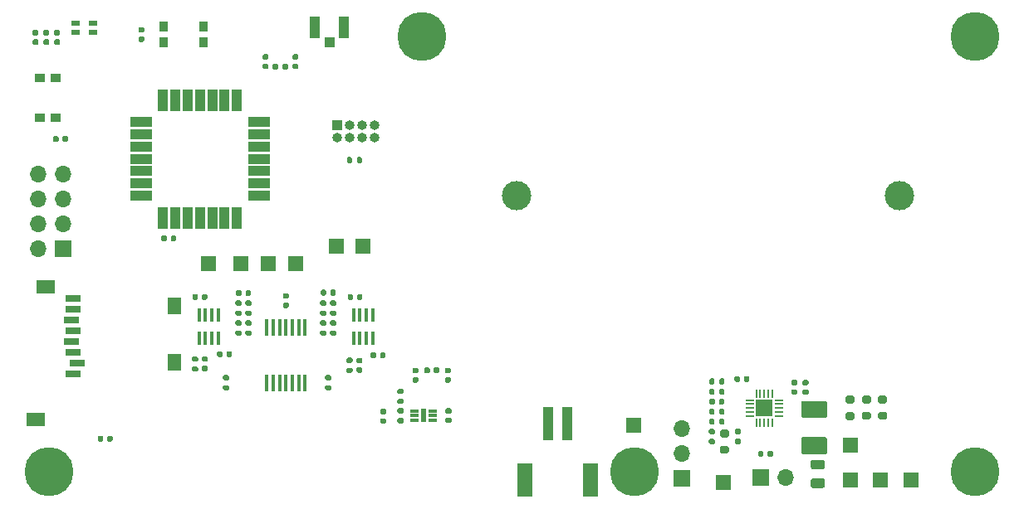
<source format=gts>
G04 #@! TF.GenerationSoftware,KiCad,Pcbnew,5.1.10-88a1d61d58~90~ubuntu20.04.1*
G04 #@! TF.CreationDate,2021-08-09T16:52:55-07:00*
G04 #@! TF.ProjectId,PatchV3,50617463-6856-4332-9e6b-696361645f70,rev?*
G04 #@! TF.SameCoordinates,Original*
G04 #@! TF.FileFunction,Soldermask,Top*
G04 #@! TF.FilePolarity,Negative*
%FSLAX46Y46*%
G04 Gerber Fmt 4.6, Leading zero omitted, Abs format (unit mm)*
G04 Created by KiCad (PCBNEW 5.1.10-88a1d61d58~90~ubuntu20.04.1) date 2021-08-09 16:52:55*
%MOMM*%
%LPD*%
G01*
G04 APERTURE LIST*
%ADD10O,1.700000X1.700000*%
%ADD11R,1.700000X1.700000*%
%ADD12C,3.000000*%
%ADD13R,1.100000X2.250000*%
%ADD14R,1.050000X1.100000*%
%ADD15R,0.804800X0.300000*%
%ADD16R,0.610000X1.420000*%
%ADD17R,0.203200X0.812800*%
%ADD18R,0.812800X0.203200*%
%ADD19R,1.701800X1.701800*%
%ADD20R,0.431800X1.320800*%
%ADD21R,0.355600X1.676400*%
%ADD22R,1.000000X2.300000*%
%ADD23R,2.300000X1.000000*%
%ADD24R,1.500000X1.500000*%
%ADD25R,1.000001X3.500001*%
%ADD26R,1.500000X3.400001*%
%ADD27O,1.000000X1.000000*%
%ADD28R,1.000000X1.000000*%
%ADD29R,1.900000X1.400000*%
%ADD30R,1.400000X1.800000*%
%ADD31R,1.500000X0.800000*%
%ADD32C,5.000000*%
%ADD33R,1.000000X0.900000*%
%ADD34R,0.900000X1.000000*%
%ADD35R,0.850000X0.500000*%
G04 APERTURE END LIST*
D10*
X51689000Y-66802000D03*
X54229000Y-66802000D03*
X51689000Y-69342000D03*
X54229000Y-69342000D03*
X51689000Y-71882000D03*
X54229000Y-71882000D03*
X51689000Y-74422000D03*
D11*
X54229000Y-74422000D03*
D12*
X100500000Y-69000000D03*
X139500000Y-69000000D03*
G36*
G01*
X134768000Y-90253000D02*
X134218000Y-90253000D01*
G75*
G02*
X134018000Y-90053000I0J200000D01*
G01*
X134018000Y-89653000D01*
G75*
G02*
X134218000Y-89453000I200000J0D01*
G01*
X134768000Y-89453000D01*
G75*
G02*
X134968000Y-89653000I0J-200000D01*
G01*
X134968000Y-90053000D01*
G75*
G02*
X134768000Y-90253000I-200000J0D01*
G01*
G37*
G36*
G01*
X134768000Y-91967000D02*
X134218000Y-91967000D01*
G75*
G02*
X134018000Y-91767000I0J200000D01*
G01*
X134018000Y-91367000D01*
G75*
G02*
X134218000Y-91167000I200000J0D01*
G01*
X134768000Y-91167000D01*
G75*
G02*
X134968000Y-91367000I0J-200000D01*
G01*
X134968000Y-91767000D01*
G75*
G02*
X134768000Y-91967000I-200000J0D01*
G01*
G37*
G36*
G01*
X93302000Y-87576000D02*
X93642000Y-87576000D01*
G75*
G02*
X93782000Y-87716000I0J-140000D01*
G01*
X93782000Y-87996000D01*
G75*
G02*
X93642000Y-88136000I-140000J0D01*
G01*
X93302000Y-88136000D01*
G75*
G02*
X93162000Y-87996000I0J140000D01*
G01*
X93162000Y-87716000D01*
G75*
G02*
X93302000Y-87576000I140000J0D01*
G01*
G37*
G36*
G01*
X93302000Y-86616000D02*
X93642000Y-86616000D01*
G75*
G02*
X93782000Y-86756000I0J-140000D01*
G01*
X93782000Y-87036000D01*
G75*
G02*
X93642000Y-87176000I-140000J0D01*
G01*
X93302000Y-87176000D01*
G75*
G02*
X93162000Y-87036000I0J140000D01*
G01*
X93162000Y-86756000D01*
G75*
G02*
X93302000Y-86616000I140000J0D01*
G01*
G37*
D13*
X79932000Y-51816000D03*
X82882000Y-51816000D03*
D14*
X81407000Y-53366000D03*
D15*
X90043100Y-91003500D03*
X90043100Y-91503500D03*
X90043100Y-92003500D03*
X91947900Y-92003500D03*
X91947900Y-91503500D03*
X91947900Y-91003500D03*
D16*
X90995500Y-91503500D03*
D17*
X126521001Y-89242800D03*
X126120999Y-89242800D03*
X125721000Y-89242800D03*
X125321001Y-89242800D03*
X124920999Y-89242800D03*
D18*
X124247800Y-89915999D03*
X124247800Y-90316001D03*
X124247800Y-90716000D03*
X124247800Y-91115999D03*
X124247800Y-91516001D03*
D17*
X124920999Y-92189200D03*
X125321001Y-92189200D03*
X125721000Y-92189200D03*
X126120999Y-92189200D03*
X126521001Y-92189200D03*
D18*
X127194200Y-91516001D03*
X127194200Y-91115999D03*
X127194200Y-90716000D03*
X127194200Y-90316001D03*
X127194200Y-89915999D03*
D19*
X125721000Y-90716000D03*
D20*
X70062999Y-81229200D03*
X69413001Y-81229200D03*
X68762999Y-81229200D03*
X68113001Y-81229200D03*
X68113001Y-83616800D03*
X68762999Y-83616800D03*
X69413001Y-83616800D03*
X70062999Y-83616800D03*
X85810999Y-81229200D03*
X85161001Y-81229200D03*
X84510999Y-81229200D03*
X83861001Y-81229200D03*
X83861001Y-83616800D03*
X84510999Y-83616800D03*
X85161001Y-83616800D03*
X85810999Y-83616800D03*
D21*
X75011999Y-88163400D03*
X75662000Y-88163400D03*
X76312001Y-88163400D03*
X76962000Y-88163400D03*
X77611999Y-88163400D03*
X78262000Y-88163400D03*
X78911999Y-88163400D03*
X78912001Y-82524600D03*
X78262000Y-82524600D03*
X77612001Y-82524600D03*
X76962000Y-82524600D03*
X76312001Y-82524600D03*
X75662000Y-82524600D03*
X75012001Y-82524600D03*
D22*
X68199000Y-71278000D03*
X66949000Y-71278000D03*
X65699000Y-71278000D03*
X64449000Y-71278000D03*
X69449000Y-71278000D03*
X70699000Y-71278000D03*
X71949000Y-71278000D03*
D23*
X74199000Y-65278000D03*
X74199000Y-66528000D03*
X74199000Y-67778000D03*
X74199000Y-69028000D03*
X74199000Y-64028000D03*
X74199000Y-62778000D03*
X74199000Y-61528000D03*
D22*
X68199000Y-59278000D03*
X69449000Y-59278000D03*
X70699000Y-59278000D03*
X71949000Y-59278000D03*
X66949000Y-59278000D03*
X65699000Y-59278000D03*
X64449000Y-59278000D03*
D23*
X62199000Y-65278000D03*
X62199000Y-64028000D03*
X62199000Y-62778000D03*
X62199000Y-61528000D03*
X62199000Y-66528000D03*
X62199000Y-67778000D03*
X62199000Y-69028000D03*
D24*
X112395000Y-92456000D03*
X134493000Y-98044000D03*
X121539000Y-98298000D03*
X134493000Y-94488000D03*
X137541000Y-98044000D03*
X140716000Y-98044000D03*
X75184000Y-75946000D03*
X77914500Y-75946000D03*
X69088000Y-75946000D03*
X82105500Y-74168000D03*
X72390000Y-75946000D03*
X84772500Y-74168000D03*
G36*
G01*
X88831000Y-89295000D02*
X88461000Y-89295000D01*
G75*
G02*
X88326000Y-89160000I0J135000D01*
G01*
X88326000Y-88890000D01*
G75*
G02*
X88461000Y-88755000I135000J0D01*
G01*
X88831000Y-88755000D01*
G75*
G02*
X88966000Y-88890000I0J-135000D01*
G01*
X88966000Y-89160000D01*
G75*
G02*
X88831000Y-89295000I-135000J0D01*
G01*
G37*
G36*
G01*
X88831000Y-90315000D02*
X88461000Y-90315000D01*
G75*
G02*
X88326000Y-90180000I0J135000D01*
G01*
X88326000Y-89910000D01*
G75*
G02*
X88461000Y-89775000I135000J0D01*
G01*
X88831000Y-89775000D01*
G75*
G02*
X88966000Y-89910000I0J-135000D01*
G01*
X88966000Y-90180000D01*
G75*
G02*
X88831000Y-90315000I-135000J0D01*
G01*
G37*
G36*
G01*
X88831000Y-91263500D02*
X88461000Y-91263500D01*
G75*
G02*
X88326000Y-91128500I0J135000D01*
G01*
X88326000Y-90858500D01*
G75*
G02*
X88461000Y-90723500I135000J0D01*
G01*
X88831000Y-90723500D01*
G75*
G02*
X88966000Y-90858500I0J-135000D01*
G01*
X88966000Y-91128500D01*
G75*
G02*
X88831000Y-91263500I-135000J0D01*
G01*
G37*
G36*
G01*
X88831000Y-92283500D02*
X88461000Y-92283500D01*
G75*
G02*
X88326000Y-92148500I0J135000D01*
G01*
X88326000Y-91878500D01*
G75*
G02*
X88461000Y-91743500I135000J0D01*
G01*
X88831000Y-91743500D01*
G75*
G02*
X88966000Y-91878500I0J-135000D01*
G01*
X88966000Y-92148500D01*
G75*
G02*
X88831000Y-92283500I-135000J0D01*
G01*
G37*
G36*
G01*
X120202000Y-93877000D02*
X120572000Y-93877000D01*
G75*
G02*
X120707000Y-94012000I0J-135000D01*
G01*
X120707000Y-94282000D01*
G75*
G02*
X120572000Y-94417000I-135000J0D01*
G01*
X120202000Y-94417000D01*
G75*
G02*
X120067000Y-94282000I0J135000D01*
G01*
X120067000Y-94012000D01*
G75*
G02*
X120202000Y-93877000I135000J0D01*
G01*
G37*
G36*
G01*
X120202000Y-92857000D02*
X120572000Y-92857000D01*
G75*
G02*
X120707000Y-92992000I0J-135000D01*
G01*
X120707000Y-93262000D01*
G75*
G02*
X120572000Y-93397000I-135000J0D01*
G01*
X120202000Y-93397000D01*
G75*
G02*
X120067000Y-93262000I0J135000D01*
G01*
X120067000Y-92992000D01*
G75*
G02*
X120202000Y-92857000I135000J0D01*
G01*
G37*
G36*
G01*
X121932000Y-93720000D02*
X121382000Y-93720000D01*
G75*
G02*
X121182000Y-93520000I0J200000D01*
G01*
X121182000Y-93120000D01*
G75*
G02*
X121382000Y-92920000I200000J0D01*
G01*
X121932000Y-92920000D01*
G75*
G02*
X122132000Y-93120000I0J-200000D01*
G01*
X122132000Y-93520000D01*
G75*
G02*
X121932000Y-93720000I-200000J0D01*
G01*
G37*
G36*
G01*
X121932000Y-95370000D02*
X121382000Y-95370000D01*
G75*
G02*
X121182000Y-95170000I0J200000D01*
G01*
X121182000Y-94770000D01*
G75*
G02*
X121382000Y-94570000I200000J0D01*
G01*
X121932000Y-94570000D01*
G75*
G02*
X122132000Y-94770000I0J-200000D01*
G01*
X122132000Y-95170000D01*
G75*
G02*
X121932000Y-95370000I-200000J0D01*
G01*
G37*
G36*
G01*
X123239000Y-93397000D02*
X122869000Y-93397000D01*
G75*
G02*
X122734000Y-93262000I0J135000D01*
G01*
X122734000Y-92992000D01*
G75*
G02*
X122869000Y-92857000I135000J0D01*
G01*
X123239000Y-92857000D01*
G75*
G02*
X123374000Y-92992000I0J-135000D01*
G01*
X123374000Y-93262000D01*
G75*
G02*
X123239000Y-93397000I-135000J0D01*
G01*
G37*
G36*
G01*
X123239000Y-94417000D02*
X122869000Y-94417000D01*
G75*
G02*
X122734000Y-94282000I0J135000D01*
G01*
X122734000Y-94012000D01*
G75*
G02*
X122869000Y-93877000I135000J0D01*
G01*
X123239000Y-93877000D01*
G75*
G02*
X123374000Y-94012000I0J-135000D01*
G01*
X123374000Y-94282000D01*
G75*
G02*
X123239000Y-94417000I-135000J0D01*
G01*
G37*
G36*
G01*
X121133000Y-91282000D02*
X121133000Y-90912000D01*
G75*
G02*
X121268000Y-90777000I135000J0D01*
G01*
X121538000Y-90777000D01*
G75*
G02*
X121673000Y-90912000I0J-135000D01*
G01*
X121673000Y-91282000D01*
G75*
G02*
X121538000Y-91417000I-135000J0D01*
G01*
X121268000Y-91417000D01*
G75*
G02*
X121133000Y-91282000I0J135000D01*
G01*
G37*
G36*
G01*
X120113000Y-91282000D02*
X120113000Y-90912000D01*
G75*
G02*
X120248000Y-90777000I135000J0D01*
G01*
X120518000Y-90777000D01*
G75*
G02*
X120653000Y-90912000I0J-135000D01*
G01*
X120653000Y-91282000D01*
G75*
G02*
X120518000Y-91417000I-135000J0D01*
G01*
X120248000Y-91417000D01*
G75*
G02*
X120113000Y-91282000I0J135000D01*
G01*
G37*
G36*
G01*
X121133000Y-92298000D02*
X121133000Y-91928000D01*
G75*
G02*
X121268000Y-91793000I135000J0D01*
G01*
X121538000Y-91793000D01*
G75*
G02*
X121673000Y-91928000I0J-135000D01*
G01*
X121673000Y-92298000D01*
G75*
G02*
X121538000Y-92433000I-135000J0D01*
G01*
X121268000Y-92433000D01*
G75*
G02*
X121133000Y-92298000I0J135000D01*
G01*
G37*
G36*
G01*
X120113000Y-92298000D02*
X120113000Y-91928000D01*
G75*
G02*
X120248000Y-91793000I135000J0D01*
G01*
X120518000Y-91793000D01*
G75*
G02*
X120653000Y-91928000I0J-135000D01*
G01*
X120653000Y-92298000D01*
G75*
G02*
X120518000Y-92433000I-135000J0D01*
G01*
X120248000Y-92433000D01*
G75*
G02*
X120113000Y-92298000I0J135000D01*
G01*
G37*
G36*
G01*
X120655000Y-88880000D02*
X120655000Y-89250000D01*
G75*
G02*
X120520000Y-89385000I-135000J0D01*
G01*
X120250000Y-89385000D01*
G75*
G02*
X120115000Y-89250000I0J135000D01*
G01*
X120115000Y-88880000D01*
G75*
G02*
X120250000Y-88745000I135000J0D01*
G01*
X120520000Y-88745000D01*
G75*
G02*
X120655000Y-88880000I0J-135000D01*
G01*
G37*
G36*
G01*
X121675000Y-88880000D02*
X121675000Y-89250000D01*
G75*
G02*
X121540000Y-89385000I-135000J0D01*
G01*
X121270000Y-89385000D01*
G75*
G02*
X121135000Y-89250000I0J135000D01*
G01*
X121135000Y-88880000D01*
G75*
G02*
X121270000Y-88745000I135000J0D01*
G01*
X121540000Y-88745000D01*
G75*
G02*
X121675000Y-88880000I0J-135000D01*
G01*
G37*
G36*
G01*
X120662000Y-87826000D02*
X120662000Y-88196000D01*
G75*
G02*
X120527000Y-88331000I-135000J0D01*
G01*
X120257000Y-88331000D01*
G75*
G02*
X120122000Y-88196000I0J135000D01*
G01*
X120122000Y-87826000D01*
G75*
G02*
X120257000Y-87691000I135000J0D01*
G01*
X120527000Y-87691000D01*
G75*
G02*
X120662000Y-87826000I0J-135000D01*
G01*
G37*
G36*
G01*
X121682000Y-87826000D02*
X121682000Y-88196000D01*
G75*
G02*
X121547000Y-88331000I-135000J0D01*
G01*
X121277000Y-88331000D01*
G75*
G02*
X121142000Y-88196000I0J135000D01*
G01*
X121142000Y-87826000D01*
G75*
G02*
X121277000Y-87691000I135000J0D01*
G01*
X121547000Y-87691000D01*
G75*
G02*
X121682000Y-87826000I0J-135000D01*
G01*
G37*
G36*
G01*
X137520000Y-91103000D02*
X138070000Y-91103000D01*
G75*
G02*
X138270000Y-91303000I0J-200000D01*
G01*
X138270000Y-91703000D01*
G75*
G02*
X138070000Y-91903000I-200000J0D01*
G01*
X137520000Y-91903000D01*
G75*
G02*
X137320000Y-91703000I0J200000D01*
G01*
X137320000Y-91303000D01*
G75*
G02*
X137520000Y-91103000I200000J0D01*
G01*
G37*
G36*
G01*
X137520000Y-89453000D02*
X138070000Y-89453000D01*
G75*
G02*
X138270000Y-89653000I0J-200000D01*
G01*
X138270000Y-90053000D01*
G75*
G02*
X138070000Y-90253000I-200000J0D01*
G01*
X137520000Y-90253000D01*
G75*
G02*
X137320000Y-90053000I0J200000D01*
G01*
X137320000Y-89653000D01*
G75*
G02*
X137520000Y-89453000I200000J0D01*
G01*
G37*
G36*
G01*
X136419000Y-90253000D02*
X135869000Y-90253000D01*
G75*
G02*
X135669000Y-90053000I0J200000D01*
G01*
X135669000Y-89653000D01*
G75*
G02*
X135869000Y-89453000I200000J0D01*
G01*
X136419000Y-89453000D01*
G75*
G02*
X136619000Y-89653000I0J-200000D01*
G01*
X136619000Y-90053000D01*
G75*
G02*
X136419000Y-90253000I-200000J0D01*
G01*
G37*
G36*
G01*
X136419000Y-91903000D02*
X135869000Y-91903000D01*
G75*
G02*
X135669000Y-91703000I0J200000D01*
G01*
X135669000Y-91303000D01*
G75*
G02*
X135869000Y-91103000I200000J0D01*
G01*
X136419000Y-91103000D01*
G75*
G02*
X136619000Y-91303000I0J-200000D01*
G01*
X136619000Y-91703000D01*
G75*
G02*
X136419000Y-91903000I-200000J0D01*
G01*
G37*
G36*
G01*
X72321000Y-80278000D02*
X71951000Y-80278000D01*
G75*
G02*
X71816000Y-80143000I0J135000D01*
G01*
X71816000Y-79873000D01*
G75*
G02*
X71951000Y-79738000I135000J0D01*
G01*
X72321000Y-79738000D01*
G75*
G02*
X72456000Y-79873000I0J-135000D01*
G01*
X72456000Y-80143000D01*
G75*
G02*
X72321000Y-80278000I-135000J0D01*
G01*
G37*
G36*
G01*
X72321000Y-81298000D02*
X71951000Y-81298000D01*
G75*
G02*
X71816000Y-81163000I0J135000D01*
G01*
X71816000Y-80893000D01*
G75*
G02*
X71951000Y-80758000I135000J0D01*
G01*
X72321000Y-80758000D01*
G75*
G02*
X72456000Y-80893000I0J-135000D01*
G01*
X72456000Y-81163000D01*
G75*
G02*
X72321000Y-81298000I-135000J0D01*
G01*
G37*
G36*
G01*
X81973000Y-80278000D02*
X81603000Y-80278000D01*
G75*
G02*
X81468000Y-80143000I0J135000D01*
G01*
X81468000Y-79873000D01*
G75*
G02*
X81603000Y-79738000I135000J0D01*
G01*
X81973000Y-79738000D01*
G75*
G02*
X82108000Y-79873000I0J-135000D01*
G01*
X82108000Y-80143000D01*
G75*
G02*
X81973000Y-80278000I-135000J0D01*
G01*
G37*
G36*
G01*
X81973000Y-81298000D02*
X81603000Y-81298000D01*
G75*
G02*
X81468000Y-81163000I0J135000D01*
G01*
X81468000Y-80893000D01*
G75*
G02*
X81603000Y-80758000I135000J0D01*
G01*
X81973000Y-80758000D01*
G75*
G02*
X82108000Y-80893000I0J-135000D01*
G01*
X82108000Y-81163000D01*
G75*
G02*
X81973000Y-81298000I-135000J0D01*
G01*
G37*
G36*
G01*
X72967000Y-80758000D02*
X73337000Y-80758000D01*
G75*
G02*
X73472000Y-80893000I0J-135000D01*
G01*
X73472000Y-81163000D01*
G75*
G02*
X73337000Y-81298000I-135000J0D01*
G01*
X72967000Y-81298000D01*
G75*
G02*
X72832000Y-81163000I0J135000D01*
G01*
X72832000Y-80893000D01*
G75*
G02*
X72967000Y-80758000I135000J0D01*
G01*
G37*
G36*
G01*
X72967000Y-79738000D02*
X73337000Y-79738000D01*
G75*
G02*
X73472000Y-79873000I0J-135000D01*
G01*
X73472000Y-80143000D01*
G75*
G02*
X73337000Y-80278000I-135000J0D01*
G01*
X72967000Y-80278000D01*
G75*
G02*
X72832000Y-80143000I0J135000D01*
G01*
X72832000Y-79873000D01*
G75*
G02*
X72967000Y-79738000I135000J0D01*
G01*
G37*
G36*
G01*
X80587000Y-80758000D02*
X80957000Y-80758000D01*
G75*
G02*
X81092000Y-80893000I0J-135000D01*
G01*
X81092000Y-81163000D01*
G75*
G02*
X80957000Y-81298000I-135000J0D01*
G01*
X80587000Y-81298000D01*
G75*
G02*
X80452000Y-81163000I0J135000D01*
G01*
X80452000Y-80893000D01*
G75*
G02*
X80587000Y-80758000I135000J0D01*
G01*
G37*
G36*
G01*
X80587000Y-79738000D02*
X80957000Y-79738000D01*
G75*
G02*
X81092000Y-79873000I0J-135000D01*
G01*
X81092000Y-80143000D01*
G75*
G02*
X80957000Y-80278000I-135000J0D01*
G01*
X80587000Y-80278000D01*
G75*
G02*
X80452000Y-80143000I0J135000D01*
G01*
X80452000Y-79873000D01*
G75*
G02*
X80587000Y-79738000I135000J0D01*
G01*
G37*
G36*
G01*
X67506000Y-86473000D02*
X67876000Y-86473000D01*
G75*
G02*
X68011000Y-86608000I0J-135000D01*
G01*
X68011000Y-86878000D01*
G75*
G02*
X67876000Y-87013000I-135000J0D01*
G01*
X67506000Y-87013000D01*
G75*
G02*
X67371000Y-86878000I0J135000D01*
G01*
X67371000Y-86608000D01*
G75*
G02*
X67506000Y-86473000I135000J0D01*
G01*
G37*
G36*
G01*
X67506000Y-85453000D02*
X67876000Y-85453000D01*
G75*
G02*
X68011000Y-85588000I0J-135000D01*
G01*
X68011000Y-85858000D01*
G75*
G02*
X67876000Y-85993000I-135000J0D01*
G01*
X67506000Y-85993000D01*
G75*
G02*
X67371000Y-85858000I0J135000D01*
G01*
X67371000Y-85588000D01*
G75*
G02*
X67506000Y-85453000I135000J0D01*
G01*
G37*
G36*
G01*
X83254000Y-86600000D02*
X83624000Y-86600000D01*
G75*
G02*
X83759000Y-86735000I0J-135000D01*
G01*
X83759000Y-87005000D01*
G75*
G02*
X83624000Y-87140000I-135000J0D01*
G01*
X83254000Y-87140000D01*
G75*
G02*
X83119000Y-87005000I0J135000D01*
G01*
X83119000Y-86735000D01*
G75*
G02*
X83254000Y-86600000I135000J0D01*
G01*
G37*
G36*
G01*
X83254000Y-85580000D02*
X83624000Y-85580000D01*
G75*
G02*
X83759000Y-85715000I0J-135000D01*
G01*
X83759000Y-85985000D01*
G75*
G02*
X83624000Y-86120000I-135000J0D01*
G01*
X83254000Y-86120000D01*
G75*
G02*
X83119000Y-85985000I0J135000D01*
G01*
X83119000Y-85715000D01*
G75*
G02*
X83254000Y-85580000I135000J0D01*
G01*
G37*
G36*
G01*
X80587000Y-82790000D02*
X80957000Y-82790000D01*
G75*
G02*
X81092000Y-82925000I0J-135000D01*
G01*
X81092000Y-83195000D01*
G75*
G02*
X80957000Y-83330000I-135000J0D01*
G01*
X80587000Y-83330000D01*
G75*
G02*
X80452000Y-83195000I0J135000D01*
G01*
X80452000Y-82925000D01*
G75*
G02*
X80587000Y-82790000I135000J0D01*
G01*
G37*
G36*
G01*
X80587000Y-81770000D02*
X80957000Y-81770000D01*
G75*
G02*
X81092000Y-81905000I0J-135000D01*
G01*
X81092000Y-82175000D01*
G75*
G02*
X80957000Y-82310000I-135000J0D01*
G01*
X80587000Y-82310000D01*
G75*
G02*
X80452000Y-82175000I0J135000D01*
G01*
X80452000Y-81905000D01*
G75*
G02*
X80587000Y-81770000I135000J0D01*
G01*
G37*
G36*
G01*
X72967000Y-82790000D02*
X73337000Y-82790000D01*
G75*
G02*
X73472000Y-82925000I0J-135000D01*
G01*
X73472000Y-83195000D01*
G75*
G02*
X73337000Y-83330000I-135000J0D01*
G01*
X72967000Y-83330000D01*
G75*
G02*
X72832000Y-83195000I0J135000D01*
G01*
X72832000Y-82925000D01*
G75*
G02*
X72967000Y-82790000I135000J0D01*
G01*
G37*
G36*
G01*
X72967000Y-81770000D02*
X73337000Y-81770000D01*
G75*
G02*
X73472000Y-81905000I0J-135000D01*
G01*
X73472000Y-82175000D01*
G75*
G02*
X73337000Y-82310000I-135000J0D01*
G01*
X72967000Y-82310000D01*
G75*
G02*
X72832000Y-82175000I0J135000D01*
G01*
X72832000Y-81905000D01*
G75*
G02*
X72967000Y-81770000I135000J0D01*
G01*
G37*
G36*
G01*
X81973000Y-82310000D02*
X81603000Y-82310000D01*
G75*
G02*
X81468000Y-82175000I0J135000D01*
G01*
X81468000Y-81905000D01*
G75*
G02*
X81603000Y-81770000I135000J0D01*
G01*
X81973000Y-81770000D01*
G75*
G02*
X82108000Y-81905000I0J-135000D01*
G01*
X82108000Y-82175000D01*
G75*
G02*
X81973000Y-82310000I-135000J0D01*
G01*
G37*
G36*
G01*
X81973000Y-83330000D02*
X81603000Y-83330000D01*
G75*
G02*
X81468000Y-83195000I0J135000D01*
G01*
X81468000Y-82925000D01*
G75*
G02*
X81603000Y-82790000I135000J0D01*
G01*
X81973000Y-82790000D01*
G75*
G02*
X82108000Y-82925000I0J-135000D01*
G01*
X82108000Y-83195000D01*
G75*
G02*
X81973000Y-83330000I-135000J0D01*
G01*
G37*
G36*
G01*
X72321000Y-82310000D02*
X71951000Y-82310000D01*
G75*
G02*
X71816000Y-82175000I0J135000D01*
G01*
X71816000Y-81905000D01*
G75*
G02*
X71951000Y-81770000I135000J0D01*
G01*
X72321000Y-81770000D01*
G75*
G02*
X72456000Y-81905000I0J-135000D01*
G01*
X72456000Y-82175000D01*
G75*
G02*
X72321000Y-82310000I-135000J0D01*
G01*
G37*
G36*
G01*
X72321000Y-83330000D02*
X71951000Y-83330000D01*
G75*
G02*
X71816000Y-83195000I0J135000D01*
G01*
X71816000Y-82925000D01*
G75*
G02*
X71951000Y-82790000I135000J0D01*
G01*
X72321000Y-82790000D01*
G75*
G02*
X72456000Y-82925000I0J-135000D01*
G01*
X72456000Y-83195000D01*
G75*
G02*
X72321000Y-83330000I-135000J0D01*
G01*
G37*
G36*
G01*
X70681000Y-88378000D02*
X71051000Y-88378000D01*
G75*
G02*
X71186000Y-88513000I0J-135000D01*
G01*
X71186000Y-88783000D01*
G75*
G02*
X71051000Y-88918000I-135000J0D01*
G01*
X70681000Y-88918000D01*
G75*
G02*
X70546000Y-88783000I0J135000D01*
G01*
X70546000Y-88513000D01*
G75*
G02*
X70681000Y-88378000I135000J0D01*
G01*
G37*
G36*
G01*
X70681000Y-87358000D02*
X71051000Y-87358000D01*
G75*
G02*
X71186000Y-87493000I0J-135000D01*
G01*
X71186000Y-87763000D01*
G75*
G02*
X71051000Y-87898000I-135000J0D01*
G01*
X70681000Y-87898000D01*
G75*
G02*
X70546000Y-87763000I0J135000D01*
G01*
X70546000Y-87493000D01*
G75*
G02*
X70681000Y-87358000I135000J0D01*
G01*
G37*
G36*
G01*
X81095000Y-88378000D02*
X81465000Y-88378000D01*
G75*
G02*
X81600000Y-88513000I0J-135000D01*
G01*
X81600000Y-88783000D01*
G75*
G02*
X81465000Y-88918000I-135000J0D01*
G01*
X81095000Y-88918000D01*
G75*
G02*
X80960000Y-88783000I0J135000D01*
G01*
X80960000Y-88513000D01*
G75*
G02*
X81095000Y-88378000I135000J0D01*
G01*
G37*
G36*
G01*
X81095000Y-87358000D02*
X81465000Y-87358000D01*
G75*
G02*
X81600000Y-87493000I0J-135000D01*
G01*
X81600000Y-87763000D01*
G75*
G02*
X81465000Y-87898000I-135000J0D01*
G01*
X81095000Y-87898000D01*
G75*
G02*
X80960000Y-87763000I0J135000D01*
G01*
X80960000Y-87493000D01*
G75*
G02*
X81095000Y-87358000I135000J0D01*
G01*
G37*
G36*
G01*
X84187000Y-65590000D02*
X84187000Y-65220000D01*
G75*
G02*
X84322000Y-65085000I135000J0D01*
G01*
X84592000Y-65085000D01*
G75*
G02*
X84727000Y-65220000I0J-135000D01*
G01*
X84727000Y-65590000D01*
G75*
G02*
X84592000Y-65725000I-135000J0D01*
G01*
X84322000Y-65725000D01*
G75*
G02*
X84187000Y-65590000I0J135000D01*
G01*
G37*
G36*
G01*
X83167000Y-65590000D02*
X83167000Y-65220000D01*
G75*
G02*
X83302000Y-65085000I135000J0D01*
G01*
X83572000Y-65085000D01*
G75*
G02*
X83707000Y-65220000I0J-135000D01*
G01*
X83707000Y-65590000D01*
G75*
G02*
X83572000Y-65725000I-135000J0D01*
G01*
X83302000Y-65725000D01*
G75*
G02*
X83167000Y-65590000I0J135000D01*
G01*
G37*
G36*
G01*
X76643200Y-56039600D02*
X76643200Y-55669600D01*
G75*
G02*
X76778200Y-55534600I135000J0D01*
G01*
X77048200Y-55534600D01*
G75*
G02*
X77183200Y-55669600I0J-135000D01*
G01*
X77183200Y-56039600D01*
G75*
G02*
X77048200Y-56174600I-135000J0D01*
G01*
X76778200Y-56174600D01*
G75*
G02*
X76643200Y-56039600I0J135000D01*
G01*
G37*
G36*
G01*
X75623200Y-56039600D02*
X75623200Y-55669600D01*
G75*
G02*
X75758200Y-55534600I135000J0D01*
G01*
X76028200Y-55534600D01*
G75*
G02*
X76163200Y-55669600I0J-135000D01*
G01*
X76163200Y-56039600D01*
G75*
G02*
X76028200Y-56174600I-135000J0D01*
G01*
X75758200Y-56174600D01*
G75*
G02*
X75623200Y-56039600I0J135000D01*
G01*
G37*
G36*
G01*
X129610000Y-90008400D02*
X132010000Y-90008400D01*
G75*
G02*
X132111600Y-90110000I0J-101600D01*
G01*
X132111600Y-91610000D01*
G75*
G02*
X132010000Y-91711600I-101600J0D01*
G01*
X129610000Y-91711600D01*
G75*
G02*
X129508400Y-91610000I0J101600D01*
G01*
X129508400Y-90110000D01*
G75*
G02*
X129610000Y-90008400I101600J0D01*
G01*
G37*
G36*
G01*
X129610000Y-93708400D02*
X132010000Y-93708400D01*
G75*
G02*
X132111600Y-93810000I0J-101600D01*
G01*
X132111600Y-95310000D01*
G75*
G02*
X132010000Y-95411600I-101600J0D01*
G01*
X129610000Y-95411600D01*
G75*
G02*
X129508400Y-95310000I0J101600D01*
G01*
X129508400Y-93810000D01*
G75*
G02*
X129610000Y-93708400I101600J0D01*
G01*
G37*
D10*
X117348000Y-92837000D03*
X117348000Y-95377000D03*
D11*
X117348000Y-97917000D03*
D10*
X127880000Y-97828000D03*
D11*
X125340000Y-97828000D03*
D25*
X103655999Y-92345999D03*
X105656001Y-92345999D03*
D26*
X101305999Y-98096000D03*
X108006001Y-98096000D03*
D27*
X85979000Y-63119000D03*
X85979000Y-61849000D03*
X84709000Y-63119000D03*
X84709000Y-61849000D03*
X83439000Y-63119000D03*
X83439000Y-61849000D03*
X82169000Y-63119000D03*
D28*
X82169000Y-61849000D03*
G36*
G01*
X92011000Y-87040500D02*
X92011000Y-86695500D01*
G75*
G02*
X92158500Y-86548000I147500J0D01*
G01*
X92453500Y-86548000D01*
G75*
G02*
X92601000Y-86695500I0J-147500D01*
G01*
X92601000Y-87040500D01*
G75*
G02*
X92453500Y-87188000I-147500J0D01*
G01*
X92158500Y-87188000D01*
G75*
G02*
X92011000Y-87040500I0J147500D01*
G01*
G37*
G36*
G01*
X91041000Y-87040500D02*
X91041000Y-86695500D01*
G75*
G02*
X91188500Y-86548000I147500J0D01*
G01*
X91483500Y-86548000D01*
G75*
G02*
X91631000Y-86695500I0J-147500D01*
G01*
X91631000Y-87040500D01*
G75*
G02*
X91483500Y-87188000I-147500J0D01*
G01*
X91188500Y-87188000D01*
G75*
G02*
X91041000Y-87040500I0J147500D01*
G01*
G37*
G36*
G01*
X87038000Y-91367000D02*
X86698000Y-91367000D01*
G75*
G02*
X86558000Y-91227000I0J140000D01*
G01*
X86558000Y-90947000D01*
G75*
G02*
X86698000Y-90807000I140000J0D01*
G01*
X87038000Y-90807000D01*
G75*
G02*
X87178000Y-90947000I0J-140000D01*
G01*
X87178000Y-91227000D01*
G75*
G02*
X87038000Y-91367000I-140000J0D01*
G01*
G37*
G36*
G01*
X87038000Y-92327000D02*
X86698000Y-92327000D01*
G75*
G02*
X86558000Y-92187000I0J140000D01*
G01*
X86558000Y-91907000D01*
G75*
G02*
X86698000Y-91767000I140000J0D01*
G01*
X87038000Y-91767000D01*
G75*
G02*
X87178000Y-91907000I0J-140000D01*
G01*
X87178000Y-92187000D01*
G75*
G02*
X87038000Y-92327000I-140000J0D01*
G01*
G37*
G36*
G01*
X93705500Y-91303500D02*
X93365500Y-91303500D01*
G75*
G02*
X93225500Y-91163500I0J140000D01*
G01*
X93225500Y-90883500D01*
G75*
G02*
X93365500Y-90743500I140000J0D01*
G01*
X93705500Y-90743500D01*
G75*
G02*
X93845500Y-90883500I0J-140000D01*
G01*
X93845500Y-91163500D01*
G75*
G02*
X93705500Y-91303500I-140000J0D01*
G01*
G37*
G36*
G01*
X93705500Y-92263500D02*
X93365500Y-92263500D01*
G75*
G02*
X93225500Y-92123500I0J140000D01*
G01*
X93225500Y-91843500D01*
G75*
G02*
X93365500Y-91703500I140000J0D01*
G01*
X93705500Y-91703500D01*
G75*
G02*
X93845500Y-91843500I0J-140000D01*
G01*
X93845500Y-92123500D01*
G75*
G02*
X93705500Y-92263500I-140000J0D01*
G01*
G37*
G36*
G01*
X130707000Y-97897000D02*
X131657000Y-97897000D01*
G75*
G02*
X131907000Y-98147000I0J-250000D01*
G01*
X131907000Y-98647000D01*
G75*
G02*
X131657000Y-98897000I-250000J0D01*
G01*
X130707000Y-98897000D01*
G75*
G02*
X130457000Y-98647000I0J250000D01*
G01*
X130457000Y-98147000D01*
G75*
G02*
X130707000Y-97897000I250000J0D01*
G01*
G37*
G36*
G01*
X130707000Y-95997000D02*
X131657000Y-95997000D01*
G75*
G02*
X131907000Y-96247000I0J-250000D01*
G01*
X131907000Y-96747000D01*
G75*
G02*
X131657000Y-96997000I-250000J0D01*
G01*
X130707000Y-96997000D01*
G75*
G02*
X130457000Y-96747000I0J250000D01*
G01*
X130457000Y-96247000D01*
G75*
G02*
X130707000Y-95997000I250000J0D01*
G01*
G37*
G36*
G01*
X126048000Y-95585000D02*
X126048000Y-95245000D01*
G75*
G02*
X126188000Y-95105000I140000J0D01*
G01*
X126468000Y-95105000D01*
G75*
G02*
X126608000Y-95245000I0J-140000D01*
G01*
X126608000Y-95585000D01*
G75*
G02*
X126468000Y-95725000I-140000J0D01*
G01*
X126188000Y-95725000D01*
G75*
G02*
X126048000Y-95585000I0J140000D01*
G01*
G37*
G36*
G01*
X125088000Y-95585000D02*
X125088000Y-95245000D01*
G75*
G02*
X125228000Y-95105000I140000J0D01*
G01*
X125508000Y-95105000D01*
G75*
G02*
X125648000Y-95245000I0J-140000D01*
G01*
X125648000Y-95585000D01*
G75*
G02*
X125508000Y-95725000I-140000J0D01*
G01*
X125228000Y-95725000D01*
G75*
G02*
X125088000Y-95585000I0J140000D01*
G01*
G37*
G36*
G01*
X120695000Y-89911000D02*
X120695000Y-90251000D01*
G75*
G02*
X120555000Y-90391000I-140000J0D01*
G01*
X120275000Y-90391000D01*
G75*
G02*
X120135000Y-90251000I0J140000D01*
G01*
X120135000Y-89911000D01*
G75*
G02*
X120275000Y-89771000I140000J0D01*
G01*
X120555000Y-89771000D01*
G75*
G02*
X120695000Y-89911000I0J-140000D01*
G01*
G37*
G36*
G01*
X121655000Y-89911000D02*
X121655000Y-90251000D01*
G75*
G02*
X121515000Y-90391000I-140000J0D01*
G01*
X121235000Y-90391000D01*
G75*
G02*
X121095000Y-90251000I0J140000D01*
G01*
X121095000Y-89911000D01*
G75*
G02*
X121235000Y-89771000I140000J0D01*
G01*
X121515000Y-89771000D01*
G75*
G02*
X121655000Y-89911000I0J-140000D01*
G01*
G37*
G36*
G01*
X123244000Y-87587000D02*
X123244000Y-87927000D01*
G75*
G02*
X123104000Y-88067000I-140000J0D01*
G01*
X122824000Y-88067000D01*
G75*
G02*
X122684000Y-87927000I0J140000D01*
G01*
X122684000Y-87587000D01*
G75*
G02*
X122824000Y-87447000I140000J0D01*
G01*
X123104000Y-87447000D01*
G75*
G02*
X123244000Y-87587000I0J-140000D01*
G01*
G37*
G36*
G01*
X124204000Y-87587000D02*
X124204000Y-87927000D01*
G75*
G02*
X124064000Y-88067000I-140000J0D01*
G01*
X123784000Y-88067000D01*
G75*
G02*
X123644000Y-87927000I0J140000D01*
G01*
X123644000Y-87587000D01*
G75*
G02*
X123784000Y-87447000I140000J0D01*
G01*
X124064000Y-87447000D01*
G75*
G02*
X124204000Y-87587000I0J-140000D01*
G01*
G37*
G36*
G01*
X130100000Y-88408000D02*
X129760000Y-88408000D01*
G75*
G02*
X129620000Y-88268000I0J140000D01*
G01*
X129620000Y-87988000D01*
G75*
G02*
X129760000Y-87848000I140000J0D01*
G01*
X130100000Y-87848000D01*
G75*
G02*
X130240000Y-87988000I0J-140000D01*
G01*
X130240000Y-88268000D01*
G75*
G02*
X130100000Y-88408000I-140000J0D01*
G01*
G37*
G36*
G01*
X130100000Y-89368000D02*
X129760000Y-89368000D01*
G75*
G02*
X129620000Y-89228000I0J140000D01*
G01*
X129620000Y-88948000D01*
G75*
G02*
X129760000Y-88808000I140000J0D01*
G01*
X130100000Y-88808000D01*
G75*
G02*
X130240000Y-88948000I0J-140000D01*
G01*
X130240000Y-89228000D01*
G75*
G02*
X130100000Y-89368000I-140000J0D01*
G01*
G37*
G36*
G01*
X128957000Y-88408000D02*
X128617000Y-88408000D01*
G75*
G02*
X128477000Y-88268000I0J140000D01*
G01*
X128477000Y-87988000D01*
G75*
G02*
X128617000Y-87848000I140000J0D01*
G01*
X128957000Y-87848000D01*
G75*
G02*
X129097000Y-87988000I0J-140000D01*
G01*
X129097000Y-88268000D01*
G75*
G02*
X128957000Y-88408000I-140000J0D01*
G01*
G37*
G36*
G01*
X128957000Y-89368000D02*
X128617000Y-89368000D01*
G75*
G02*
X128477000Y-89228000I0J140000D01*
G01*
X128477000Y-88948000D01*
G75*
G02*
X128617000Y-88808000I140000J0D01*
G01*
X128957000Y-88808000D01*
G75*
G02*
X129097000Y-88948000I0J-140000D01*
G01*
X129097000Y-89228000D01*
G75*
G02*
X128957000Y-89368000I-140000J0D01*
G01*
G37*
G36*
G01*
X72844000Y-79164000D02*
X72844000Y-78824000D01*
G75*
G02*
X72984000Y-78684000I140000J0D01*
G01*
X73264000Y-78684000D01*
G75*
G02*
X73404000Y-78824000I0J-140000D01*
G01*
X73404000Y-79164000D01*
G75*
G02*
X73264000Y-79304000I-140000J0D01*
G01*
X72984000Y-79304000D01*
G75*
G02*
X72844000Y-79164000I0J140000D01*
G01*
G37*
G36*
G01*
X71884000Y-79164000D02*
X71884000Y-78824000D01*
G75*
G02*
X72024000Y-78684000I140000J0D01*
G01*
X72304000Y-78684000D01*
G75*
G02*
X72444000Y-78824000I0J-140000D01*
G01*
X72444000Y-79164000D01*
G75*
G02*
X72304000Y-79304000I-140000J0D01*
G01*
X72024000Y-79304000D01*
G75*
G02*
X71884000Y-79164000I0J140000D01*
G01*
G37*
G36*
G01*
X81480000Y-79100500D02*
X81480000Y-78760500D01*
G75*
G02*
X81620000Y-78620500I140000J0D01*
G01*
X81900000Y-78620500D01*
G75*
G02*
X82040000Y-78760500I0J-140000D01*
G01*
X82040000Y-79100500D01*
G75*
G02*
X81900000Y-79240500I-140000J0D01*
G01*
X81620000Y-79240500D01*
G75*
G02*
X81480000Y-79100500I0J140000D01*
G01*
G37*
G36*
G01*
X80520000Y-79100500D02*
X80520000Y-78760500D01*
G75*
G02*
X80660000Y-78620500I140000J0D01*
G01*
X80940000Y-78620500D01*
G75*
G02*
X81080000Y-78760500I0J-140000D01*
G01*
X81080000Y-79100500D01*
G75*
G02*
X80940000Y-79240500I-140000J0D01*
G01*
X80660000Y-79240500D01*
G75*
G02*
X80520000Y-79100500I0J140000D01*
G01*
G37*
G36*
G01*
X68877000Y-86005000D02*
X68537000Y-86005000D01*
G75*
G02*
X68397000Y-85865000I0J140000D01*
G01*
X68397000Y-85585000D01*
G75*
G02*
X68537000Y-85445000I140000J0D01*
G01*
X68877000Y-85445000D01*
G75*
G02*
X69017000Y-85585000I0J-140000D01*
G01*
X69017000Y-85865000D01*
G75*
G02*
X68877000Y-86005000I-140000J0D01*
G01*
G37*
G36*
G01*
X68877000Y-86965000D02*
X68537000Y-86965000D01*
G75*
G02*
X68397000Y-86825000I0J140000D01*
G01*
X68397000Y-86545000D01*
G75*
G02*
X68537000Y-86405000I140000J0D01*
G01*
X68877000Y-86405000D01*
G75*
G02*
X69017000Y-86545000I0J-140000D01*
G01*
X69017000Y-86825000D01*
G75*
G02*
X68877000Y-86965000I-140000J0D01*
G01*
G37*
G36*
G01*
X84625000Y-86160000D02*
X84285000Y-86160000D01*
G75*
G02*
X84145000Y-86020000I0J140000D01*
G01*
X84145000Y-85740000D01*
G75*
G02*
X84285000Y-85600000I140000J0D01*
G01*
X84625000Y-85600000D01*
G75*
G02*
X84765000Y-85740000I0J-140000D01*
G01*
X84765000Y-86020000D01*
G75*
G02*
X84625000Y-86160000I-140000J0D01*
G01*
G37*
G36*
G01*
X84625000Y-87120000D02*
X84285000Y-87120000D01*
G75*
G02*
X84145000Y-86980000I0J140000D01*
G01*
X84145000Y-86700000D01*
G75*
G02*
X84285000Y-86560000I140000J0D01*
G01*
X84625000Y-86560000D01*
G75*
G02*
X84765000Y-86700000I0J-140000D01*
G01*
X84765000Y-86980000D01*
G75*
G02*
X84625000Y-87120000I-140000J0D01*
G01*
G37*
G36*
G01*
X67999000Y-79205000D02*
X67999000Y-79545000D01*
G75*
G02*
X67859000Y-79685000I-140000J0D01*
G01*
X67579000Y-79685000D01*
G75*
G02*
X67439000Y-79545000I0J140000D01*
G01*
X67439000Y-79205000D01*
G75*
G02*
X67579000Y-79065000I140000J0D01*
G01*
X67859000Y-79065000D01*
G75*
G02*
X67999000Y-79205000I0J-140000D01*
G01*
G37*
G36*
G01*
X68959000Y-79205000D02*
X68959000Y-79545000D01*
G75*
G02*
X68819000Y-79685000I-140000J0D01*
G01*
X68539000Y-79685000D01*
G75*
G02*
X68399000Y-79545000I0J140000D01*
G01*
X68399000Y-79205000D01*
G75*
G02*
X68539000Y-79065000I140000J0D01*
G01*
X68819000Y-79065000D01*
G75*
G02*
X68959000Y-79205000I0J-140000D01*
G01*
G37*
G36*
G01*
X83810500Y-79205000D02*
X83810500Y-79545000D01*
G75*
G02*
X83670500Y-79685000I-140000J0D01*
G01*
X83390500Y-79685000D01*
G75*
G02*
X83250500Y-79545000I0J140000D01*
G01*
X83250500Y-79205000D01*
G75*
G02*
X83390500Y-79065000I140000J0D01*
G01*
X83670500Y-79065000D01*
G75*
G02*
X83810500Y-79205000I0J-140000D01*
G01*
G37*
G36*
G01*
X84770500Y-79205000D02*
X84770500Y-79545000D01*
G75*
G02*
X84630500Y-79685000I-140000J0D01*
G01*
X84350500Y-79685000D01*
G75*
G02*
X84210500Y-79545000I0J140000D01*
G01*
X84210500Y-79205000D01*
G75*
G02*
X84350500Y-79065000I140000J0D01*
G01*
X84630500Y-79065000D01*
G75*
G02*
X84770500Y-79205000I0J-140000D01*
G01*
G37*
G36*
G01*
X90000000Y-87576000D02*
X90340000Y-87576000D01*
G75*
G02*
X90480000Y-87716000I0J-140000D01*
G01*
X90480000Y-87996000D01*
G75*
G02*
X90340000Y-88136000I-140000J0D01*
G01*
X90000000Y-88136000D01*
G75*
G02*
X89860000Y-87996000I0J140000D01*
G01*
X89860000Y-87716000D01*
G75*
G02*
X90000000Y-87576000I140000J0D01*
G01*
G37*
G36*
G01*
X90000000Y-86616000D02*
X90340000Y-86616000D01*
G75*
G02*
X90480000Y-86756000I0J-140000D01*
G01*
X90480000Y-87036000D01*
G75*
G02*
X90340000Y-87176000I-140000J0D01*
G01*
X90000000Y-87176000D01*
G75*
G02*
X89860000Y-87036000I0J140000D01*
G01*
X89860000Y-86756000D01*
G75*
G02*
X90000000Y-86616000I140000J0D01*
G01*
G37*
G36*
G01*
X86560000Y-85514000D02*
X86560000Y-85174000D01*
G75*
G02*
X86700000Y-85034000I140000J0D01*
G01*
X86980000Y-85034000D01*
G75*
G02*
X87120000Y-85174000I0J-140000D01*
G01*
X87120000Y-85514000D01*
G75*
G02*
X86980000Y-85654000I-140000J0D01*
G01*
X86700000Y-85654000D01*
G75*
G02*
X86560000Y-85514000I0J140000D01*
G01*
G37*
G36*
G01*
X85600000Y-85514000D02*
X85600000Y-85174000D01*
G75*
G02*
X85740000Y-85034000I140000J0D01*
G01*
X86020000Y-85034000D01*
G75*
G02*
X86160000Y-85174000I0J-140000D01*
G01*
X86160000Y-85514000D01*
G75*
G02*
X86020000Y-85654000I-140000J0D01*
G01*
X85740000Y-85654000D01*
G75*
G02*
X85600000Y-85514000I0J140000D01*
G01*
G37*
G36*
G01*
X70911000Y-85387000D02*
X70911000Y-85047000D01*
G75*
G02*
X71051000Y-84907000I140000J0D01*
G01*
X71331000Y-84907000D01*
G75*
G02*
X71471000Y-85047000I0J-140000D01*
G01*
X71471000Y-85387000D01*
G75*
G02*
X71331000Y-85527000I-140000J0D01*
G01*
X71051000Y-85527000D01*
G75*
G02*
X70911000Y-85387000I0J140000D01*
G01*
G37*
G36*
G01*
X69951000Y-85387000D02*
X69951000Y-85047000D01*
G75*
G02*
X70091000Y-84907000I140000J0D01*
G01*
X70371000Y-84907000D01*
G75*
G02*
X70511000Y-85047000I0J-140000D01*
G01*
X70511000Y-85387000D01*
G75*
G02*
X70371000Y-85527000I-140000J0D01*
G01*
X70091000Y-85527000D01*
G75*
G02*
X69951000Y-85387000I0J140000D01*
G01*
G37*
G36*
G01*
X77132000Y-79556000D02*
X76792000Y-79556000D01*
G75*
G02*
X76652000Y-79416000I0J140000D01*
G01*
X76652000Y-79136000D01*
G75*
G02*
X76792000Y-78996000I140000J0D01*
G01*
X77132000Y-78996000D01*
G75*
G02*
X77272000Y-79136000I0J-140000D01*
G01*
X77272000Y-79416000D01*
G75*
G02*
X77132000Y-79556000I-140000J0D01*
G01*
G37*
G36*
G01*
X77132000Y-80516000D02*
X76792000Y-80516000D01*
G75*
G02*
X76652000Y-80376000I0J140000D01*
G01*
X76652000Y-80096000D01*
G75*
G02*
X76792000Y-79956000I140000J0D01*
G01*
X77132000Y-79956000D01*
G75*
G02*
X77272000Y-80096000I0J-140000D01*
G01*
X77272000Y-80376000D01*
G75*
G02*
X77132000Y-80516000I-140000J0D01*
G01*
G37*
G36*
G01*
X58747000Y-94023000D02*
X58747000Y-93683000D01*
G75*
G02*
X58887000Y-93543000I140000J0D01*
G01*
X59167000Y-93543000D01*
G75*
G02*
X59307000Y-93683000I0J-140000D01*
G01*
X59307000Y-94023000D01*
G75*
G02*
X59167000Y-94163000I-140000J0D01*
G01*
X58887000Y-94163000D01*
G75*
G02*
X58747000Y-94023000I0J140000D01*
G01*
G37*
G36*
G01*
X57787000Y-94023000D02*
X57787000Y-93683000D01*
G75*
G02*
X57927000Y-93543000I140000J0D01*
G01*
X58207000Y-93543000D01*
G75*
G02*
X58347000Y-93683000I0J-140000D01*
G01*
X58347000Y-94023000D01*
G75*
G02*
X58207000Y-94163000I-140000J0D01*
G01*
X57927000Y-94163000D01*
G75*
G02*
X57787000Y-94023000I0J140000D01*
G01*
G37*
G36*
G01*
X62060000Y-52778000D02*
X62400000Y-52778000D01*
G75*
G02*
X62540000Y-52918000I0J-140000D01*
G01*
X62540000Y-53198000D01*
G75*
G02*
X62400000Y-53338000I-140000J0D01*
G01*
X62060000Y-53338000D01*
G75*
G02*
X61920000Y-53198000I0J140000D01*
G01*
X61920000Y-52918000D01*
G75*
G02*
X62060000Y-52778000I140000J0D01*
G01*
G37*
G36*
G01*
X62060000Y-51818000D02*
X62400000Y-51818000D01*
G75*
G02*
X62540000Y-51958000I0J-140000D01*
G01*
X62540000Y-52238000D01*
G75*
G02*
X62400000Y-52378000I-140000J0D01*
G01*
X62060000Y-52378000D01*
G75*
G02*
X61920000Y-52238000I0J140000D01*
G01*
X61920000Y-51958000D01*
G75*
G02*
X62060000Y-51818000I140000J0D01*
G01*
G37*
G36*
G01*
X78097200Y-55146600D02*
X77757200Y-55146600D01*
G75*
G02*
X77617200Y-55006600I0J140000D01*
G01*
X77617200Y-54726600D01*
G75*
G02*
X77757200Y-54586600I140000J0D01*
G01*
X78097200Y-54586600D01*
G75*
G02*
X78237200Y-54726600I0J-140000D01*
G01*
X78237200Y-55006600D01*
G75*
G02*
X78097200Y-55146600I-140000J0D01*
G01*
G37*
G36*
G01*
X78097200Y-56106600D02*
X77757200Y-56106600D01*
G75*
G02*
X77617200Y-55966600I0J140000D01*
G01*
X77617200Y-55686600D01*
G75*
G02*
X77757200Y-55546600I140000J0D01*
G01*
X78097200Y-55546600D01*
G75*
G02*
X78237200Y-55686600I0J-140000D01*
G01*
X78237200Y-55966600D01*
G75*
G02*
X78097200Y-56106600I-140000J0D01*
G01*
G37*
G36*
G01*
X75049200Y-55146600D02*
X74709200Y-55146600D01*
G75*
G02*
X74569200Y-55006600I0J140000D01*
G01*
X74569200Y-54726600D01*
G75*
G02*
X74709200Y-54586600I140000J0D01*
G01*
X75049200Y-54586600D01*
G75*
G02*
X75189200Y-54726600I0J-140000D01*
G01*
X75189200Y-55006600D01*
G75*
G02*
X75049200Y-55146600I-140000J0D01*
G01*
G37*
G36*
G01*
X75049200Y-56106600D02*
X74709200Y-56106600D01*
G75*
G02*
X74569200Y-55966600I0J140000D01*
G01*
X74569200Y-55686600D01*
G75*
G02*
X74709200Y-55546600I140000J0D01*
G01*
X75049200Y-55546600D01*
G75*
G02*
X75189200Y-55686600I0J-140000D01*
G01*
X75189200Y-55966600D01*
G75*
G02*
X75049200Y-56106600I-140000J0D01*
G01*
G37*
G36*
G01*
X65224000Y-73576000D02*
X65224000Y-73236000D01*
G75*
G02*
X65364000Y-73096000I140000J0D01*
G01*
X65644000Y-73096000D01*
G75*
G02*
X65784000Y-73236000I0J-140000D01*
G01*
X65784000Y-73576000D01*
G75*
G02*
X65644000Y-73716000I-140000J0D01*
G01*
X65364000Y-73716000D01*
G75*
G02*
X65224000Y-73576000I0J140000D01*
G01*
G37*
G36*
G01*
X64264000Y-73576000D02*
X64264000Y-73236000D01*
G75*
G02*
X64404000Y-73096000I140000J0D01*
G01*
X64684000Y-73096000D01*
G75*
G02*
X64824000Y-73236000I0J-140000D01*
G01*
X64824000Y-73576000D01*
G75*
G02*
X64684000Y-73716000I-140000J0D01*
G01*
X64404000Y-73716000D01*
G75*
G02*
X64264000Y-73576000I0J140000D01*
G01*
G37*
D29*
X51450000Y-91860000D03*
X52450000Y-78350000D03*
D30*
X65600000Y-80310000D03*
X65600000Y-86010000D03*
D31*
X55300000Y-79500000D03*
X55300000Y-80600000D03*
X55100000Y-81700000D03*
X55300000Y-82800000D03*
X55100000Y-83900000D03*
X55300000Y-85000000D03*
X55700000Y-86100000D03*
X55300000Y-87200000D03*
D32*
X90800000Y-52800000D03*
X112500000Y-97200000D03*
X147200000Y-52800000D03*
X147200000Y-97200000D03*
X52800000Y-97200000D03*
D33*
X53505000Y-61105000D03*
X51905000Y-61105000D03*
X51905000Y-57005000D03*
X53505000Y-57005000D03*
D34*
X68598000Y-51778000D03*
X68598000Y-53378000D03*
X64498000Y-53378000D03*
X64498000Y-51778000D03*
G36*
G01*
X51593500Y-52689000D02*
X51248500Y-52689000D01*
G75*
G02*
X51101000Y-52541500I0J147500D01*
G01*
X51101000Y-52246500D01*
G75*
G02*
X51248500Y-52099000I147500J0D01*
G01*
X51593500Y-52099000D01*
G75*
G02*
X51741000Y-52246500I0J-147500D01*
G01*
X51741000Y-52541500D01*
G75*
G02*
X51593500Y-52689000I-147500J0D01*
G01*
G37*
G36*
G01*
X51593500Y-53659000D02*
X51248500Y-53659000D01*
G75*
G02*
X51101000Y-53511500I0J147500D01*
G01*
X51101000Y-53216500D01*
G75*
G02*
X51248500Y-53069000I147500J0D01*
G01*
X51593500Y-53069000D01*
G75*
G02*
X51741000Y-53216500I0J-147500D01*
G01*
X51741000Y-53511500D01*
G75*
G02*
X51593500Y-53659000I-147500J0D01*
G01*
G37*
G36*
G01*
X52693500Y-52689000D02*
X52348500Y-52689000D01*
G75*
G02*
X52201000Y-52541500I0J147500D01*
G01*
X52201000Y-52246500D01*
G75*
G02*
X52348500Y-52099000I147500J0D01*
G01*
X52693500Y-52099000D01*
G75*
G02*
X52841000Y-52246500I0J-147500D01*
G01*
X52841000Y-52541500D01*
G75*
G02*
X52693500Y-52689000I-147500J0D01*
G01*
G37*
G36*
G01*
X52693500Y-53659000D02*
X52348500Y-53659000D01*
G75*
G02*
X52201000Y-53511500I0J147500D01*
G01*
X52201000Y-53216500D01*
G75*
G02*
X52348500Y-53069000I147500J0D01*
G01*
X52693500Y-53069000D01*
G75*
G02*
X52841000Y-53216500I0J-147500D01*
G01*
X52841000Y-53511500D01*
G75*
G02*
X52693500Y-53659000I-147500J0D01*
G01*
G37*
G36*
G01*
X53793500Y-52689000D02*
X53448500Y-52689000D01*
G75*
G02*
X53301000Y-52541500I0J147500D01*
G01*
X53301000Y-52246500D01*
G75*
G02*
X53448500Y-52099000I147500J0D01*
G01*
X53793500Y-52099000D01*
G75*
G02*
X53941000Y-52246500I0J-147500D01*
G01*
X53941000Y-52541500D01*
G75*
G02*
X53793500Y-52689000I-147500J0D01*
G01*
G37*
G36*
G01*
X53793500Y-53659000D02*
X53448500Y-53659000D01*
G75*
G02*
X53301000Y-53511500I0J147500D01*
G01*
X53301000Y-53216500D01*
G75*
G02*
X53448500Y-53069000I147500J0D01*
G01*
X53793500Y-53069000D01*
G75*
G02*
X53941000Y-53216500I0J-147500D01*
G01*
X53941000Y-53511500D01*
G75*
G02*
X53793500Y-53659000I-147500J0D01*
G01*
G37*
G36*
G01*
X53785000Y-63073500D02*
X53785000Y-63418500D01*
G75*
G02*
X53637500Y-63566000I-147500J0D01*
G01*
X53342500Y-63566000D01*
G75*
G02*
X53195000Y-63418500I0J147500D01*
G01*
X53195000Y-63073500D01*
G75*
G02*
X53342500Y-62926000I147500J0D01*
G01*
X53637500Y-62926000D01*
G75*
G02*
X53785000Y-63073500I0J-147500D01*
G01*
G37*
G36*
G01*
X54755000Y-63073500D02*
X54755000Y-63418500D01*
G75*
G02*
X54607500Y-63566000I-147500J0D01*
G01*
X54312500Y-63566000D01*
G75*
G02*
X54165000Y-63418500I0J147500D01*
G01*
X54165000Y-63073500D01*
G75*
G02*
X54312500Y-62926000I147500J0D01*
G01*
X54607500Y-62926000D01*
G75*
G02*
X54755000Y-63073500I0J-147500D01*
G01*
G37*
D35*
X57296000Y-51379000D03*
X55546000Y-51379000D03*
X55546000Y-52379000D03*
X57296000Y-52379000D03*
M02*

</source>
